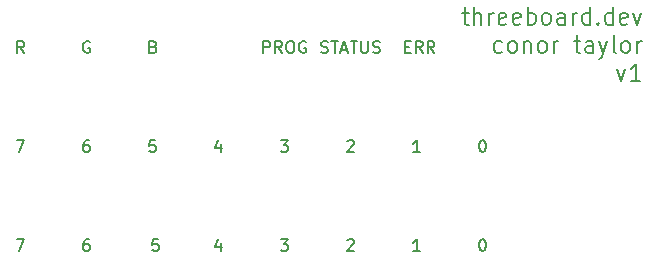
<source format=gto>
G04 #@! TF.GenerationSoftware,KiCad,Pcbnew,(5.1.4-0-10_14)*
G04 #@! TF.CreationDate,2020-04-02T23:17:02+02:00*
G04 #@! TF.ProjectId,threeboard,74687265-6562-46f6-9172-642e6b696361,rev?*
G04 #@! TF.SameCoordinates,Original*
G04 #@! TF.FileFunction,Legend,Top*
G04 #@! TF.FilePolarity,Positive*
%FSLAX46Y46*%
G04 Gerber Fmt 4.6, Leading zero omitted, Abs format (unit mm)*
G04 Created by KiCad (PCBNEW (5.1.4-0-10_14)) date 2020-04-02 23:17:02*
%MOMM*%
%LPD*%
G04 APERTURE LIST*
%ADD10C,0.150000*%
G04 APERTURE END LIST*
D10*
X89319166Y-29403571D02*
X89852500Y-29403571D01*
X89519166Y-28903571D02*
X89519166Y-30189285D01*
X89585833Y-30332142D01*
X89719166Y-30403571D01*
X89852500Y-30403571D01*
X90319166Y-30403571D02*
X90319166Y-28903571D01*
X90919166Y-30403571D02*
X90919166Y-29617857D01*
X90852500Y-29475000D01*
X90719166Y-29403571D01*
X90519166Y-29403571D01*
X90385833Y-29475000D01*
X90319166Y-29546428D01*
X91585833Y-30403571D02*
X91585833Y-29403571D01*
X91585833Y-29689285D02*
X91652500Y-29546428D01*
X91719166Y-29475000D01*
X91852500Y-29403571D01*
X91985833Y-29403571D01*
X92985833Y-30332142D02*
X92852500Y-30403571D01*
X92585833Y-30403571D01*
X92452500Y-30332142D01*
X92385833Y-30189285D01*
X92385833Y-29617857D01*
X92452500Y-29475000D01*
X92585833Y-29403571D01*
X92852500Y-29403571D01*
X92985833Y-29475000D01*
X93052500Y-29617857D01*
X93052500Y-29760714D01*
X92385833Y-29903571D01*
X94185833Y-30332142D02*
X94052500Y-30403571D01*
X93785833Y-30403571D01*
X93652500Y-30332142D01*
X93585833Y-30189285D01*
X93585833Y-29617857D01*
X93652500Y-29475000D01*
X93785833Y-29403571D01*
X94052500Y-29403571D01*
X94185833Y-29475000D01*
X94252500Y-29617857D01*
X94252500Y-29760714D01*
X93585833Y-29903571D01*
X94852500Y-30403571D02*
X94852500Y-28903571D01*
X94852500Y-29475000D02*
X94985833Y-29403571D01*
X95252500Y-29403571D01*
X95385833Y-29475000D01*
X95452500Y-29546428D01*
X95519166Y-29689285D01*
X95519166Y-30117857D01*
X95452500Y-30260714D01*
X95385833Y-30332142D01*
X95252500Y-30403571D01*
X94985833Y-30403571D01*
X94852500Y-30332142D01*
X96319166Y-30403571D02*
X96185833Y-30332142D01*
X96119166Y-30260714D01*
X96052500Y-30117857D01*
X96052500Y-29689285D01*
X96119166Y-29546428D01*
X96185833Y-29475000D01*
X96319166Y-29403571D01*
X96519166Y-29403571D01*
X96652500Y-29475000D01*
X96719166Y-29546428D01*
X96785833Y-29689285D01*
X96785833Y-30117857D01*
X96719166Y-30260714D01*
X96652500Y-30332142D01*
X96519166Y-30403571D01*
X96319166Y-30403571D01*
X97985833Y-30403571D02*
X97985833Y-29617857D01*
X97919166Y-29475000D01*
X97785833Y-29403571D01*
X97519166Y-29403571D01*
X97385833Y-29475000D01*
X97985833Y-30332142D02*
X97852500Y-30403571D01*
X97519166Y-30403571D01*
X97385833Y-30332142D01*
X97319166Y-30189285D01*
X97319166Y-30046428D01*
X97385833Y-29903571D01*
X97519166Y-29832142D01*
X97852500Y-29832142D01*
X97985833Y-29760714D01*
X98652500Y-30403571D02*
X98652500Y-29403571D01*
X98652500Y-29689285D02*
X98719166Y-29546428D01*
X98785833Y-29475000D01*
X98919166Y-29403571D01*
X99052500Y-29403571D01*
X100119166Y-30403571D02*
X100119166Y-28903571D01*
X100119166Y-30332142D02*
X99985833Y-30403571D01*
X99719166Y-30403571D01*
X99585833Y-30332142D01*
X99519166Y-30260714D01*
X99452500Y-30117857D01*
X99452500Y-29689285D01*
X99519166Y-29546428D01*
X99585833Y-29475000D01*
X99719166Y-29403571D01*
X99985833Y-29403571D01*
X100119166Y-29475000D01*
X100785833Y-30260714D02*
X100852500Y-30332142D01*
X100785833Y-30403571D01*
X100719166Y-30332142D01*
X100785833Y-30260714D01*
X100785833Y-30403571D01*
X102052500Y-30403571D02*
X102052500Y-28903571D01*
X102052500Y-30332142D02*
X101919166Y-30403571D01*
X101652500Y-30403571D01*
X101519166Y-30332142D01*
X101452500Y-30260714D01*
X101385833Y-30117857D01*
X101385833Y-29689285D01*
X101452500Y-29546428D01*
X101519166Y-29475000D01*
X101652500Y-29403571D01*
X101919166Y-29403571D01*
X102052500Y-29475000D01*
X103252499Y-30332142D02*
X103119166Y-30403571D01*
X102852499Y-30403571D01*
X102719166Y-30332142D01*
X102652499Y-30189285D01*
X102652499Y-29617857D01*
X102719166Y-29475000D01*
X102852499Y-29403571D01*
X103119166Y-29403571D01*
X103252499Y-29475000D01*
X103319166Y-29617857D01*
X103319166Y-29760714D01*
X102652499Y-29903571D01*
X103785833Y-29403571D02*
X104119166Y-30403571D01*
X104452499Y-29403571D01*
X92652500Y-32732142D02*
X92519166Y-32803571D01*
X92252500Y-32803571D01*
X92119166Y-32732142D01*
X92052500Y-32660714D01*
X91985833Y-32517857D01*
X91985833Y-32089285D01*
X92052500Y-31946428D01*
X92119166Y-31875000D01*
X92252500Y-31803571D01*
X92519166Y-31803571D01*
X92652500Y-31875000D01*
X93452500Y-32803571D02*
X93319166Y-32732142D01*
X93252500Y-32660714D01*
X93185833Y-32517857D01*
X93185833Y-32089285D01*
X93252500Y-31946428D01*
X93319166Y-31875000D01*
X93452500Y-31803571D01*
X93652500Y-31803571D01*
X93785833Y-31875000D01*
X93852500Y-31946428D01*
X93919166Y-32089285D01*
X93919166Y-32517857D01*
X93852500Y-32660714D01*
X93785833Y-32732142D01*
X93652500Y-32803571D01*
X93452500Y-32803571D01*
X94519166Y-31803571D02*
X94519166Y-32803571D01*
X94519166Y-31946428D02*
X94585833Y-31875000D01*
X94719166Y-31803571D01*
X94919166Y-31803571D01*
X95052500Y-31875000D01*
X95119166Y-32017857D01*
X95119166Y-32803571D01*
X95985833Y-32803571D02*
X95852500Y-32732142D01*
X95785833Y-32660714D01*
X95719166Y-32517857D01*
X95719166Y-32089285D01*
X95785833Y-31946428D01*
X95852500Y-31875000D01*
X95985833Y-31803571D01*
X96185833Y-31803571D01*
X96319166Y-31875000D01*
X96385833Y-31946428D01*
X96452500Y-32089285D01*
X96452500Y-32517857D01*
X96385833Y-32660714D01*
X96319166Y-32732142D01*
X96185833Y-32803571D01*
X95985833Y-32803571D01*
X97052500Y-32803571D02*
X97052500Y-31803571D01*
X97052500Y-32089285D02*
X97119166Y-31946428D01*
X97185833Y-31875000D01*
X97319166Y-31803571D01*
X97452500Y-31803571D01*
X98785833Y-31803571D02*
X99319166Y-31803571D01*
X98985833Y-31303571D02*
X98985833Y-32589285D01*
X99052500Y-32732142D01*
X99185833Y-32803571D01*
X99319166Y-32803571D01*
X100385833Y-32803571D02*
X100385833Y-32017857D01*
X100319166Y-31875000D01*
X100185833Y-31803571D01*
X99919166Y-31803571D01*
X99785833Y-31875000D01*
X100385833Y-32732142D02*
X100252500Y-32803571D01*
X99919166Y-32803571D01*
X99785833Y-32732142D01*
X99719166Y-32589285D01*
X99719166Y-32446428D01*
X99785833Y-32303571D01*
X99919166Y-32232142D01*
X100252500Y-32232142D01*
X100385833Y-32160714D01*
X100919166Y-31803571D02*
X101252500Y-32803571D01*
X101585833Y-31803571D02*
X101252500Y-32803571D01*
X101119166Y-33160714D01*
X101052500Y-33232142D01*
X100919166Y-33303571D01*
X102319166Y-32803571D02*
X102185833Y-32732142D01*
X102119166Y-32589285D01*
X102119166Y-31303571D01*
X103052500Y-32803571D02*
X102919166Y-32732142D01*
X102852500Y-32660714D01*
X102785833Y-32517857D01*
X102785833Y-32089285D01*
X102852500Y-31946428D01*
X102919166Y-31875000D01*
X103052500Y-31803571D01*
X103252500Y-31803571D01*
X103385833Y-31875000D01*
X103452500Y-31946428D01*
X103519166Y-32089285D01*
X103519166Y-32517857D01*
X103452500Y-32660714D01*
X103385833Y-32732142D01*
X103252500Y-32803571D01*
X103052500Y-32803571D01*
X104119166Y-32803571D02*
X104119166Y-31803571D01*
X104119166Y-32089285D02*
X104185833Y-31946428D01*
X104252500Y-31875000D01*
X104385833Y-31803571D01*
X104519166Y-31803571D01*
X102452500Y-34203571D02*
X102785833Y-35203571D01*
X103119166Y-34203571D01*
X104385833Y-35203571D02*
X103585833Y-35203571D01*
X103985833Y-35203571D02*
X103985833Y-33703571D01*
X103852500Y-33917857D01*
X103719166Y-34060714D01*
X103585833Y-34132142D01*
X51577916Y-40187630D02*
X52244583Y-40187630D01*
X51816011Y-41187630D01*
X57689726Y-40187630D02*
X57499250Y-40187630D01*
X57404011Y-40235250D01*
X57356392Y-40282869D01*
X57261154Y-40425726D01*
X57213535Y-40616202D01*
X57213535Y-40997154D01*
X57261154Y-41092392D01*
X57308773Y-41140011D01*
X57404011Y-41187630D01*
X57594488Y-41187630D01*
X57689726Y-41140011D01*
X57737345Y-41092392D01*
X57784964Y-40997154D01*
X57784964Y-40759059D01*
X57737345Y-40663821D01*
X57689726Y-40616202D01*
X57594488Y-40568583D01*
X57404011Y-40568583D01*
X57308773Y-40616202D01*
X57261154Y-40663821D01*
X57213535Y-40759059D01*
X63325345Y-40187630D02*
X62849154Y-40187630D01*
X62801535Y-40663821D01*
X62849154Y-40616202D01*
X62944392Y-40568583D01*
X63182488Y-40568583D01*
X63277726Y-40616202D01*
X63325345Y-40663821D01*
X63372964Y-40759059D01*
X63372964Y-40997154D01*
X63325345Y-41092392D01*
X63277726Y-41140011D01*
X63182488Y-41187630D01*
X62944392Y-41187630D01*
X62849154Y-41140011D01*
X62801535Y-41092392D01*
X68865726Y-40520964D02*
X68865726Y-41187630D01*
X68627630Y-40140011D02*
X68389535Y-40854297D01*
X69008583Y-40854297D01*
X73929916Y-40187630D02*
X74548964Y-40187630D01*
X74215630Y-40568583D01*
X74358488Y-40568583D01*
X74453726Y-40616202D01*
X74501345Y-40663821D01*
X74548964Y-40759059D01*
X74548964Y-40997154D01*
X74501345Y-41092392D01*
X74453726Y-41140011D01*
X74358488Y-41187630D01*
X74072773Y-41187630D01*
X73977535Y-41140011D01*
X73929916Y-41092392D01*
X79565535Y-40282869D02*
X79613154Y-40235250D01*
X79708392Y-40187630D01*
X79946488Y-40187630D01*
X80041726Y-40235250D01*
X80089345Y-40282869D01*
X80136964Y-40378107D01*
X80136964Y-40473345D01*
X80089345Y-40616202D01*
X79517916Y-41187630D01*
X80136964Y-41187630D01*
X85724964Y-41187630D02*
X85153535Y-41187630D01*
X85439250Y-41187630D02*
X85439250Y-40187630D01*
X85344011Y-40330488D01*
X85248773Y-40425726D01*
X85153535Y-40473345D01*
X90979630Y-40187630D02*
X91074869Y-40187630D01*
X91170107Y-40235250D01*
X91217726Y-40282869D01*
X91265345Y-40378107D01*
X91312964Y-40568583D01*
X91312964Y-40806678D01*
X91265345Y-40997154D01*
X91217726Y-41092392D01*
X91170107Y-41140011D01*
X91074869Y-41187630D01*
X90979630Y-41187630D01*
X90884392Y-41140011D01*
X90836773Y-41092392D01*
X90789154Y-40997154D01*
X90741535Y-40806678D01*
X90741535Y-40568583D01*
X90789154Y-40378107D01*
X90836773Y-40282869D01*
X90884392Y-40235250D01*
X90979630Y-40187630D01*
X51577916Y-48569630D02*
X52244583Y-48569630D01*
X51816011Y-49569630D01*
X57689726Y-48569630D02*
X57499250Y-48569630D01*
X57404011Y-48617250D01*
X57356392Y-48664869D01*
X57261154Y-48807726D01*
X57213535Y-48998202D01*
X57213535Y-49379154D01*
X57261154Y-49474392D01*
X57308773Y-49522011D01*
X57404011Y-49569630D01*
X57594488Y-49569630D01*
X57689726Y-49522011D01*
X57737345Y-49474392D01*
X57784964Y-49379154D01*
X57784964Y-49141059D01*
X57737345Y-49045821D01*
X57689726Y-48998202D01*
X57594488Y-48950583D01*
X57404011Y-48950583D01*
X57308773Y-48998202D01*
X57261154Y-49045821D01*
X57213535Y-49141059D01*
X63579345Y-48569630D02*
X63103154Y-48569630D01*
X63055535Y-49045821D01*
X63103154Y-48998202D01*
X63198392Y-48950583D01*
X63436488Y-48950583D01*
X63531726Y-48998202D01*
X63579345Y-49045821D01*
X63626964Y-49141059D01*
X63626964Y-49379154D01*
X63579345Y-49474392D01*
X63531726Y-49522011D01*
X63436488Y-49569630D01*
X63198392Y-49569630D01*
X63103154Y-49522011D01*
X63055535Y-49474392D01*
X68865726Y-48902964D02*
X68865726Y-49569630D01*
X68627630Y-48522011D02*
X68389535Y-49236297D01*
X69008583Y-49236297D01*
X73929916Y-48569630D02*
X74548964Y-48569630D01*
X74215630Y-48950583D01*
X74358488Y-48950583D01*
X74453726Y-48998202D01*
X74501345Y-49045821D01*
X74548964Y-49141059D01*
X74548964Y-49379154D01*
X74501345Y-49474392D01*
X74453726Y-49522011D01*
X74358488Y-49569630D01*
X74072773Y-49569630D01*
X73977535Y-49522011D01*
X73929916Y-49474392D01*
X79565535Y-48664869D02*
X79613154Y-48617250D01*
X79708392Y-48569630D01*
X79946488Y-48569630D01*
X80041726Y-48617250D01*
X80089345Y-48664869D01*
X80136964Y-48760107D01*
X80136964Y-48855345D01*
X80089345Y-48998202D01*
X79517916Y-49569630D01*
X80136964Y-49569630D01*
X85724964Y-49569630D02*
X85153535Y-49569630D01*
X85439250Y-49569630D02*
X85439250Y-48569630D01*
X85344011Y-48712488D01*
X85248773Y-48807726D01*
X85153535Y-48855345D01*
X90979630Y-48569630D02*
X91074869Y-48569630D01*
X91170107Y-48617250D01*
X91217726Y-48664869D01*
X91265345Y-48760107D01*
X91312964Y-48950583D01*
X91312964Y-49188678D01*
X91265345Y-49379154D01*
X91217726Y-49474392D01*
X91170107Y-49522011D01*
X91074869Y-49569630D01*
X90979630Y-49569630D01*
X90884392Y-49522011D01*
X90836773Y-49474392D01*
X90789154Y-49379154D01*
X90741535Y-49188678D01*
X90741535Y-48950583D01*
X90789154Y-48760107D01*
X90836773Y-48664869D01*
X90884392Y-48617250D01*
X90979630Y-48569630D01*
X52220773Y-32805630D02*
X51887440Y-32329440D01*
X51649345Y-32805630D02*
X51649345Y-31805630D01*
X52030297Y-31805630D01*
X52125535Y-31853250D01*
X52173154Y-31900869D01*
X52220773Y-31996107D01*
X52220773Y-32138964D01*
X52173154Y-32234202D01*
X52125535Y-32281821D01*
X52030297Y-32329440D01*
X51649345Y-32329440D01*
X57761154Y-31853250D02*
X57665916Y-31805630D01*
X57523059Y-31805630D01*
X57380202Y-31853250D01*
X57284964Y-31948488D01*
X57237345Y-32043726D01*
X57189726Y-32234202D01*
X57189726Y-32377059D01*
X57237345Y-32567535D01*
X57284964Y-32662773D01*
X57380202Y-32758011D01*
X57523059Y-32805630D01*
X57618297Y-32805630D01*
X57761154Y-32758011D01*
X57808773Y-32710392D01*
X57808773Y-32377059D01*
X57618297Y-32377059D01*
X63158678Y-32281821D02*
X63301535Y-32329440D01*
X63349154Y-32377059D01*
X63396773Y-32472297D01*
X63396773Y-32615154D01*
X63349154Y-32710392D01*
X63301535Y-32758011D01*
X63206297Y-32805630D01*
X62825345Y-32805630D01*
X62825345Y-31805630D01*
X63158678Y-31805630D01*
X63253916Y-31853250D01*
X63301535Y-31900869D01*
X63349154Y-31996107D01*
X63349154Y-32091345D01*
X63301535Y-32186583D01*
X63253916Y-32234202D01*
X63158678Y-32281821D01*
X62825345Y-32281821D01*
X72477535Y-32805630D02*
X72477535Y-31805630D01*
X72858488Y-31805630D01*
X72953726Y-31853250D01*
X73001345Y-31900869D01*
X73048964Y-31996107D01*
X73048964Y-32138964D01*
X73001345Y-32234202D01*
X72953726Y-32281821D01*
X72858488Y-32329440D01*
X72477535Y-32329440D01*
X74048964Y-32805630D02*
X73715630Y-32329440D01*
X73477535Y-32805630D02*
X73477535Y-31805630D01*
X73858488Y-31805630D01*
X73953726Y-31853250D01*
X74001345Y-31900869D01*
X74048964Y-31996107D01*
X74048964Y-32138964D01*
X74001345Y-32234202D01*
X73953726Y-32281821D01*
X73858488Y-32329440D01*
X73477535Y-32329440D01*
X74668011Y-31805630D02*
X74858488Y-31805630D01*
X74953726Y-31853250D01*
X75048964Y-31948488D01*
X75096583Y-32138964D01*
X75096583Y-32472297D01*
X75048964Y-32662773D01*
X74953726Y-32758011D01*
X74858488Y-32805630D01*
X74668011Y-32805630D01*
X74572773Y-32758011D01*
X74477535Y-32662773D01*
X74429916Y-32472297D01*
X74429916Y-32138964D01*
X74477535Y-31948488D01*
X74572773Y-31853250D01*
X74668011Y-31805630D01*
X76048964Y-31853250D02*
X75953726Y-31805630D01*
X75810869Y-31805630D01*
X75668011Y-31853250D01*
X75572773Y-31948488D01*
X75525154Y-32043726D01*
X75477535Y-32234202D01*
X75477535Y-32377059D01*
X75525154Y-32567535D01*
X75572773Y-32662773D01*
X75668011Y-32758011D01*
X75810869Y-32805630D01*
X75906107Y-32805630D01*
X76048964Y-32758011D01*
X76096583Y-32710392D01*
X76096583Y-32377059D01*
X75906107Y-32377059D01*
X77375059Y-32758011D02*
X77517916Y-32805630D01*
X77756011Y-32805630D01*
X77851250Y-32758011D01*
X77898869Y-32710392D01*
X77946488Y-32615154D01*
X77946488Y-32519916D01*
X77898869Y-32424678D01*
X77851250Y-32377059D01*
X77756011Y-32329440D01*
X77565535Y-32281821D01*
X77470297Y-32234202D01*
X77422678Y-32186583D01*
X77375059Y-32091345D01*
X77375059Y-31996107D01*
X77422678Y-31900869D01*
X77470297Y-31853250D01*
X77565535Y-31805630D01*
X77803630Y-31805630D01*
X77946488Y-31853250D01*
X78232202Y-31805630D02*
X78803630Y-31805630D01*
X78517916Y-32805630D02*
X78517916Y-31805630D01*
X79089345Y-32519916D02*
X79565535Y-32519916D01*
X78994107Y-32805630D02*
X79327440Y-31805630D01*
X79660773Y-32805630D01*
X79851250Y-31805630D02*
X80422678Y-31805630D01*
X80136964Y-32805630D02*
X80136964Y-31805630D01*
X80756011Y-31805630D02*
X80756011Y-32615154D01*
X80803630Y-32710392D01*
X80851250Y-32758011D01*
X80946488Y-32805630D01*
X81136964Y-32805630D01*
X81232202Y-32758011D01*
X81279821Y-32710392D01*
X81327440Y-32615154D01*
X81327440Y-31805630D01*
X81756011Y-32758011D02*
X81898869Y-32805630D01*
X82136964Y-32805630D01*
X82232202Y-32758011D01*
X82279821Y-32710392D01*
X82327440Y-32615154D01*
X82327440Y-32519916D01*
X82279821Y-32424678D01*
X82232202Y-32377059D01*
X82136964Y-32329440D01*
X81946488Y-32281821D01*
X81851250Y-32234202D01*
X81803630Y-32186583D01*
X81756011Y-32091345D01*
X81756011Y-31996107D01*
X81803630Y-31900869D01*
X81851250Y-31853250D01*
X81946488Y-31805630D01*
X82184583Y-31805630D01*
X82327440Y-31853250D01*
X84478964Y-32281821D02*
X84812297Y-32281821D01*
X84955154Y-32805630D02*
X84478964Y-32805630D01*
X84478964Y-31805630D01*
X84955154Y-31805630D01*
X85955154Y-32805630D02*
X85621821Y-32329440D01*
X85383726Y-32805630D02*
X85383726Y-31805630D01*
X85764678Y-31805630D01*
X85859916Y-31853250D01*
X85907535Y-31900869D01*
X85955154Y-31996107D01*
X85955154Y-32138964D01*
X85907535Y-32234202D01*
X85859916Y-32281821D01*
X85764678Y-32329440D01*
X85383726Y-32329440D01*
X86955154Y-32805630D02*
X86621821Y-32329440D01*
X86383726Y-32805630D02*
X86383726Y-31805630D01*
X86764678Y-31805630D01*
X86859916Y-31853250D01*
X86907535Y-31900869D01*
X86955154Y-31996107D01*
X86955154Y-32138964D01*
X86907535Y-32234202D01*
X86859916Y-32281821D01*
X86764678Y-32329440D01*
X86383726Y-32329440D01*
M02*

</source>
